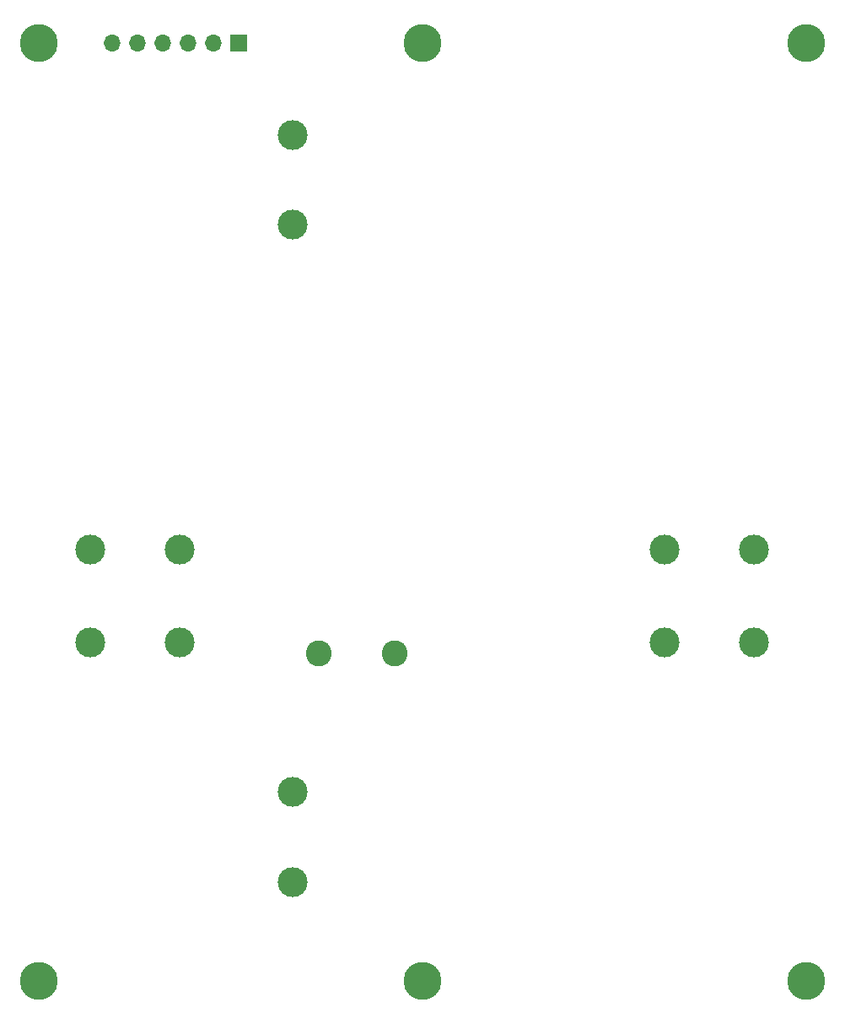
<source format=gbr>
%TF.GenerationSoftware,KiCad,Pcbnew,(6.0.5)*%
%TF.CreationDate,2022-08-19T15:51:03-07:00*%
%TF.ProjectId,X_Y_Panels,585f595f-5061-46e6-956c-732e6b696361,rev?*%
%TF.SameCoordinates,Original*%
%TF.FileFunction,Soldermask,Bot*%
%TF.FilePolarity,Negative*%
%FSLAX46Y46*%
G04 Gerber Fmt 4.6, Leading zero omitted, Abs format (unit mm)*
G04 Created by KiCad (PCBNEW (6.0.5)) date 2022-08-19 15:51:03*
%MOMM*%
%LPD*%
G01*
G04 APERTURE LIST*
%ADD10C,3.000000*%
%ADD11C,3.800000*%
%ADD12C,2.600000*%
%ADD13R,1.700000X1.700000*%
%ADD14O,1.700000X1.700000*%
G04 APERTURE END LIST*
D10*
%TO.C,SC3*%
X129226000Y-129078000D03*
X129226000Y-120078000D03*
%TD*%
D11*
%TO.C,H30*%
X180792000Y-138997997D03*
D12*
X180792000Y-138997997D03*
%TD*%
D10*
%TO.C,SC2*%
X108918000Y-105058000D03*
X117918000Y-105058000D03*
%TD*%
D11*
%TO.C,H29*%
X142292000Y-138997997D03*
D12*
X142292000Y-138997997D03*
%TD*%
D13*
%TO.C,J6*%
X123792000Y-44997997D03*
D14*
X121252000Y-44997997D03*
X118712000Y-44997997D03*
X116172000Y-44997997D03*
X113632000Y-44997997D03*
X111092000Y-44997997D03*
%TD*%
D10*
%TO.C,SC1*%
X117918000Y-95752000D03*
X108918000Y-95752000D03*
%TD*%
%TO.C,SC5*%
X166576000Y-105058000D03*
X175576000Y-105058000D03*
%TD*%
D11*
%TO.C,H25*%
X103792000Y-44997997D03*
D12*
X103792000Y-44997997D03*
%TD*%
%TO.C,H26*%
X142292000Y-44997997D03*
D11*
X142292000Y-44997997D03*
%TD*%
D12*
%TO.C,H28*%
X103792000Y-138997997D03*
D11*
X103792000Y-138997997D03*
%TD*%
D10*
%TO.C,SC4*%
X129276000Y-63158000D03*
X129276000Y-54158000D03*
%TD*%
D11*
%TO.C,H27*%
X180792000Y-44997997D03*
D12*
X180792000Y-44997997D03*
%TD*%
%TO.C,TP5*%
X131838000Y-106167998D03*
X139458000Y-106167998D03*
%TD*%
D10*
%TO.C,SC6*%
X175576000Y-95752000D03*
X166576000Y-95752000D03*
%TD*%
M02*

</source>
